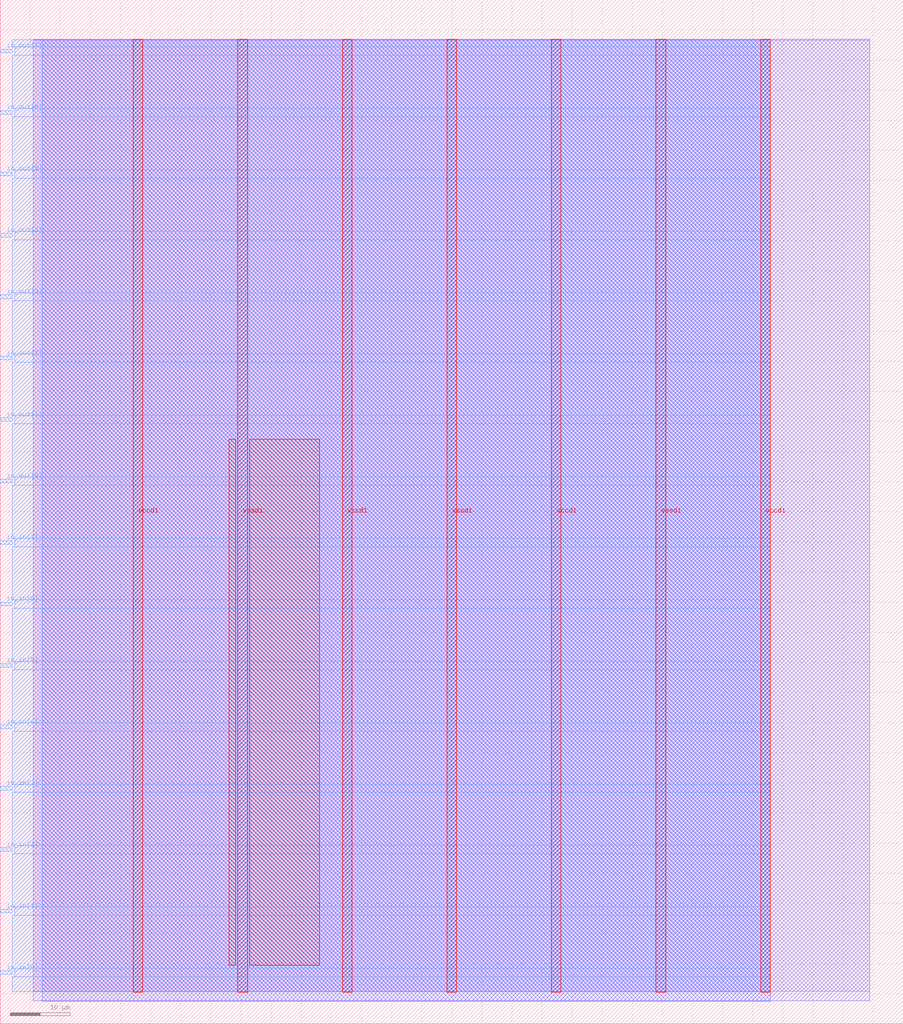
<source format=lef>
VERSION 5.7 ;
  NOWIREEXTENSIONATPIN ON ;
  DIVIDERCHAR "/" ;
  BUSBITCHARS "[]" ;
MACRO klei22_ra
  CLASS BLOCK ;
  FOREIGN klei22_ra ;
  ORIGIN 0.000 0.000 ;
  SIZE 150.000 BY 170.000 ;
  PIN io_in[0]
    DIRECTION INPUT ;
    USE SIGNAL ;
    PORT
      LAYER met3 ;
        RECT 0.000 8.200 2.000 8.800 ;
    END
  END io_in[0]
  PIN io_in[1]
    DIRECTION INPUT ;
    USE SIGNAL ;
    PORT
      LAYER met3 ;
        RECT 0.000 18.400 2.000 19.000 ;
    END
  END io_in[1]
  PIN io_in[2]
    DIRECTION INPUT ;
    USE SIGNAL ;
    PORT
      LAYER met3 ;
        RECT 0.000 28.600 2.000 29.200 ;
    END
  END io_in[2]
  PIN io_in[3]
    DIRECTION INPUT ;
    USE SIGNAL ;
    PORT
      LAYER met3 ;
        RECT 0.000 38.800 2.000 39.400 ;
    END
  END io_in[3]
  PIN io_in[4]
    DIRECTION INPUT ;
    USE SIGNAL ;
    PORT
      LAYER met3 ;
        RECT 0.000 49.000 2.000 49.600 ;
    END
  END io_in[4]
  PIN io_in[5]
    DIRECTION INPUT ;
    USE SIGNAL ;
    PORT
      LAYER met3 ;
        RECT 0.000 59.200 2.000 59.800 ;
    END
  END io_in[5]
  PIN io_in[6]
    DIRECTION INPUT ;
    USE SIGNAL ;
    PORT
      LAYER met3 ;
        RECT 0.000 69.400 2.000 70.000 ;
    END
  END io_in[6]
  PIN io_in[7]
    DIRECTION INPUT ;
    USE SIGNAL ;
    PORT
      LAYER met3 ;
        RECT 0.000 79.600 2.000 80.200 ;
    END
  END io_in[7]
  PIN io_out[0]
    DIRECTION OUTPUT TRISTATE ;
    USE SIGNAL ;
    PORT
      LAYER met3 ;
        RECT 0.000 89.800 2.000 90.400 ;
    END
  END io_out[0]
  PIN io_out[1]
    DIRECTION OUTPUT TRISTATE ;
    USE SIGNAL ;
    PORT
      LAYER met3 ;
        RECT 0.000 100.000 2.000 100.600 ;
    END
  END io_out[1]
  PIN io_out[2]
    DIRECTION OUTPUT TRISTATE ;
    USE SIGNAL ;
    PORT
      LAYER met3 ;
        RECT 0.000 110.200 2.000 110.800 ;
    END
  END io_out[2]
  PIN io_out[3]
    DIRECTION OUTPUT TRISTATE ;
    USE SIGNAL ;
    PORT
      LAYER met3 ;
        RECT 0.000 120.400 2.000 121.000 ;
    END
  END io_out[3]
  PIN io_out[4]
    DIRECTION OUTPUT TRISTATE ;
    USE SIGNAL ;
    PORT
      LAYER met3 ;
        RECT 0.000 130.600 2.000 131.200 ;
    END
  END io_out[4]
  PIN io_out[5]
    DIRECTION OUTPUT TRISTATE ;
    USE SIGNAL ;
    PORT
      LAYER met3 ;
        RECT 0.000 140.800 2.000 141.400 ;
    END
  END io_out[5]
  PIN io_out[6]
    DIRECTION OUTPUT TRISTATE ;
    USE SIGNAL ;
    PORT
      LAYER met3 ;
        RECT 0.000 151.000 2.000 151.600 ;
    END
  END io_out[6]
  PIN io_out[7]
    DIRECTION OUTPUT TRISTATE ;
    USE SIGNAL ;
    PORT
      LAYER met3 ;
        RECT 0.000 161.200 2.000 161.800 ;
    END
  END io_out[7]
  PIN vccd1
    DIRECTION INOUT ;
    USE POWER ;
    PORT
      LAYER met4 ;
        RECT 22.090 5.200 23.690 163.440 ;
    END
    PORT
      LAYER met4 ;
        RECT 56.830 5.200 58.430 163.440 ;
    END
    PORT
      LAYER met4 ;
        RECT 91.570 5.200 93.170 163.440 ;
    END
    PORT
      LAYER met4 ;
        RECT 126.310 5.200 127.910 163.440 ;
    END
  END vccd1
  PIN vssd1
    DIRECTION INOUT ;
    USE GROUND ;
    PORT
      LAYER met4 ;
        RECT 39.460 5.200 41.060 163.440 ;
    END
    PORT
      LAYER met4 ;
        RECT 74.200 5.200 75.800 163.440 ;
    END
    PORT
      LAYER met4 ;
        RECT 108.940 5.200 110.540 163.440 ;
    END
  END vssd1
  OBS
      LAYER li1 ;
        RECT 5.520 5.355 144.440 163.285 ;
      LAYER met1 ;
        RECT 5.520 3.780 144.440 163.440 ;
      LAYER met2 ;
        RECT 7.000 3.750 127.880 163.385 ;
      LAYER met3 ;
        RECT 2.000 162.200 127.900 163.365 ;
        RECT 2.400 160.800 127.900 162.200 ;
        RECT 2.000 152.000 127.900 160.800 ;
        RECT 2.400 150.600 127.900 152.000 ;
        RECT 2.000 141.800 127.900 150.600 ;
        RECT 2.400 140.400 127.900 141.800 ;
        RECT 2.000 131.600 127.900 140.400 ;
        RECT 2.400 130.200 127.900 131.600 ;
        RECT 2.000 121.400 127.900 130.200 ;
        RECT 2.400 120.000 127.900 121.400 ;
        RECT 2.000 111.200 127.900 120.000 ;
        RECT 2.400 109.800 127.900 111.200 ;
        RECT 2.000 101.000 127.900 109.800 ;
        RECT 2.400 99.600 127.900 101.000 ;
        RECT 2.000 90.800 127.900 99.600 ;
        RECT 2.400 89.400 127.900 90.800 ;
        RECT 2.000 80.600 127.900 89.400 ;
        RECT 2.400 79.200 127.900 80.600 ;
        RECT 2.000 70.400 127.900 79.200 ;
        RECT 2.400 69.000 127.900 70.400 ;
        RECT 2.000 60.200 127.900 69.000 ;
        RECT 2.400 58.800 127.900 60.200 ;
        RECT 2.000 50.000 127.900 58.800 ;
        RECT 2.400 48.600 127.900 50.000 ;
        RECT 2.000 39.800 127.900 48.600 ;
        RECT 2.400 38.400 127.900 39.800 ;
        RECT 2.000 29.600 127.900 38.400 ;
        RECT 2.400 28.200 127.900 29.600 ;
        RECT 2.000 19.400 127.900 28.200 ;
        RECT 2.400 18.000 127.900 19.400 ;
        RECT 2.000 9.200 127.900 18.000 ;
        RECT 2.400 7.800 127.900 9.200 ;
        RECT 2.000 5.275 127.900 7.800 ;
      LAYER met4 ;
        RECT 38.015 9.695 39.060 97.065 ;
        RECT 41.460 9.695 53.065 97.065 ;
  END
END klei22_ra
END LIBRARY


</source>
